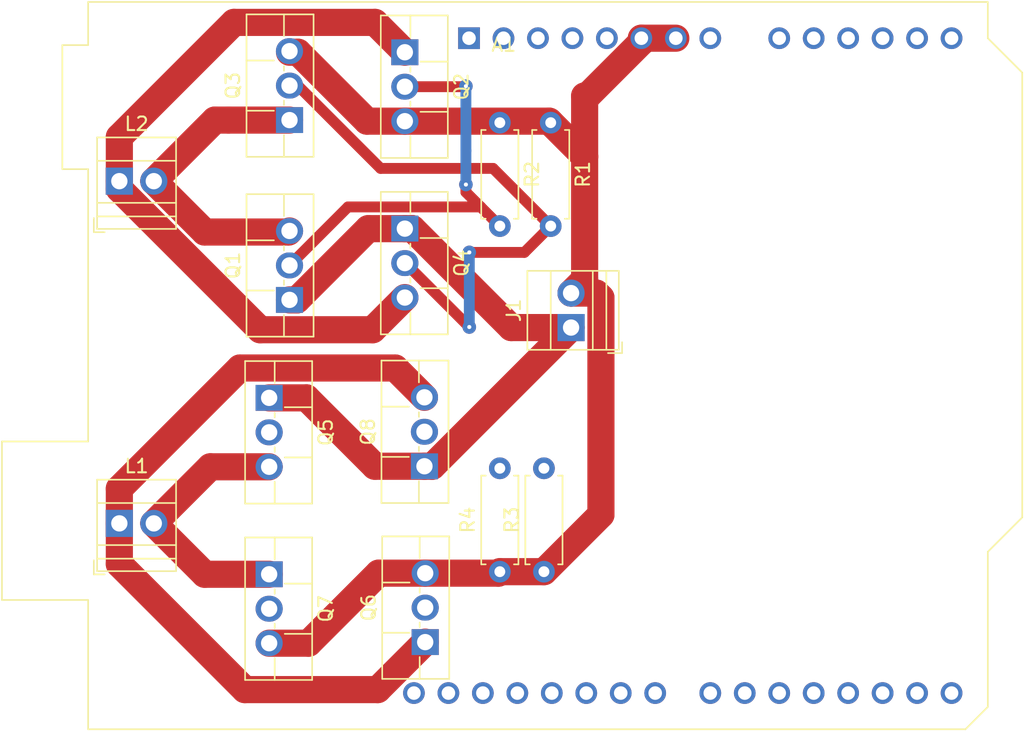
<source format=kicad_pcb>
(kicad_pcb (version 20240108) (generator "pcbnew") (generator_version "8.0")
  (layers (0 "F.Cu" signal) (31 "B.Cu" signal) (34 "B.Paste" user) (35 "F.Paste" user) (36 "B.SilkS" user "B.Silkscreen") (37 "F.SilkS" user "F.Silkscreen") (38 "B.Mask" user) (39 "F.Mask" user) (44 "Edge.Cuts" user))
  (net 0 "")
  (net 2 "/Input pins")
  (net 6 "/hall_sensors/vcc")
  (net 14 "/hall_sensors/s3")
  (net 15 "/Output pins")
  (net 16 "/bramka/clock1")
  (net 23 "GND")
  (net 24 "/hall_sensors/s1")
  (net 27 "VCC")
  (net 28 "/bramka/coil0")
  (net 29 "/bramka/coil1")
  (net 30 "/bramka1/coil2")
  (net 31 "/bramka1/clock3")
  (net 32 "/bramka1/clock2")
  (net 33 "/bramka1/coil3")
  (footprint "Resistor_THT:R_Axial_DIN0207_L6.3mm_D2.5mm_P7.62mm_Horizontal" (layer "F.Cu") (at 99.5 87.31 90)
    (property "Reference" "R4" (at 3.81 -2.37 90) (layer "F.SilkS"))
    (property "Value" "10K")
    (fp_line (start 7.08 -1.37) (end 7.08 -1.04) (stroke (width 0.12)) (layer "F.SilkS"))
    (fp_line (start 0.54 -1.37) (end 7.08 -1.37) (stroke (width 0.12)) (layer "F.SilkS"))
    (fp_line (start 0.54 -1.04) (end 0.54 -1.37) (stroke (width 0.12)) (layer "F.SilkS"))
    (fp_line (start 0.54 1.04) (end 0.54 1.37) (stroke (width 0.12)) (layer "F.SilkS"))
    (fp_line (start 7.08 1.37) (end 7.08 1.04) (stroke (width 0.12)) (layer "F.SilkS"))
    (fp_line (start 0.54 1.37) (end 7.08 1.37) (stroke (width 0.12)) (layer "F.SilkS"))
    (pad "1" thru_hole circle (at 0 0 90) (size 1.6 1.6) (drill 0.8) (layers "*.Cu" "*.Mask") (net 23 "GND"))
    (pad "2" thru_hole oval (at 7.62 0 90) (size 1.6 1.6) (drill 0.8) (layers "*.Cu" "*.Mask") (net 16 "/bramka/clock1"))
  )
  (footprint "TerminalBlock:TerminalBlock_Xinya_XY308-2.54-2P_1x02_P2.54mm_Horizontal" (layer "F.Cu") (at 71.46 83.75)
    (property "Reference" "L1" (at 1.27 -4.22 0) (layer "F.SilkS"))
    (property "Value" "L")
    (fp_line (start -1.88 2.72) (end -1.88 3.76) (stroke (width 0.12)) (layer "F.SilkS"))
    (fp_line (start -1.88 3.76) (end -1.08 3.76) (stroke (width 0.12)) (layer "F.SilkS"))
    (fp_line (start -1.64 -3.22) (end -1.64 3.52) (stroke (width 0.12)) (layer "F.SilkS"))
    (fp_line (start -1.64 -3.22) (end 4.18 -3.22) (stroke (width 0.12)) (layer "F.SilkS"))
    (fp_line (start -1.64 -1.501) (end 4.18 -1.501) (stroke (width 0.12)) (layer "F.SilkS"))
    (fp_line (start -1.64 1.6) (end 4.18 1.6) (stroke (width 0.12)) (layer "F.SilkS"))
    (fp_line (start -1.64 2.6) (end 4.18 2.6) (stroke (width 0.12)) (layer "F.SilkS"))
    (fp_line (start -1.64 3.52) (end 4.18 3.52) (stroke (width 0.12)) (layer "F.SilkS"))
    (fp_line (start 4.18 -3.22) (end 4.18 3.52) (stroke (width 0.12)) (layer "F.SilkS"))
    (pad "1" thru_hole rect (at 0 0) (size 2 2) (drill 1.2) (layers "*.Cu" "*.Mask") (net 29 "/bramka/coil1"))
    (pad "2" thru_hole circle (at 2.54 0) (size 2 2) (drill 1.2) (layers "*.Cu" "*.Mask") (net 28 "/bramka/coil0"))
  )
  (footprint "Package_TO_SOT_THT:TO-220F-3_Vertical" (layer "F.Cu") (at 82.5 87.5 -90)
    (property "Reference" "Q7" (at 2.54 -4.1675 90) (layer "F.SilkS"))
    (property "Value" "NMOS")
    (fp_line (start -2.71 1.773) (end 7.79 1.773) (stroke (width 0.12)) (layer "F.SilkS"))
    (fp_line (start -2.71 -0.408) (end -1.103 -0.408) (stroke (width 0.12)) (layer "F.SilkS"))
    (fp_line (start 1.103 -0.408) (end 1.438 -0.408) (stroke (width 0.12)) (layer "F.SilkS"))
    (fp_line (start 3.643 -0.408) (end 3.978 -0.408) (stroke (width 0.12)) (layer "F.SilkS"))
    (fp_line (start 6.183 -0.408) (end 7.79 -0.408) (stroke (width 0.12)) (layer "F.SilkS"))
    (fp_line (start -2.71 -3.168) (end -2.71 1.773) (stroke (width 0.12)) (layer "F.SilkS"))
    (fp_line (start -2.71 -3.168) (end 7.79 -3.168) (stroke (width 0.12)) (layer "F.SilkS"))
    (fp_line (start 0.69 -3.168) (end 0.69 -1.15) (stroke (width 0.12)) (layer "F.SilkS"))
    (fp_line (start 4.391 -3.168) (end 4.391 -1.15) (stroke (width 0.12)) (layer "F.SilkS"))
    (fp_line (start 7.79 -3.168) (end 7.79 1.773) (stroke (width 0.12)) (layer "F.SilkS"))
    (pad "1" thru_hole rect (at 0 0 270) (size 1.905 2) (drill 1.2) (layers "*.Cu" "*.Mask") (net 28 "/bramka/coil0"))
    (pad "2" thru_hole oval (at 2.54 0 270) (size 1.905 2) (drill 1.2) (layers "*.Cu" "*.Mask") (net 15 "/Output pins"))
    (pad "3" thru_hole oval (at 5.08 0 270) (size 1.905 2) (drill 1.2) (layers "*.Cu" "*.Mask") (net 23 "GND"))
  )
  (footprint "Resistor_THT:R_Axial_DIN0207_L6.3mm_D2.5mm_P7.62mm_Horizontal" (layer "F.Cu") (at 103.25 54.22 -90)
    (property "Reference" "R1" (at 3.81 -2.37 90) (layer "F.SilkS"))
    (property "Value" "10K")
    (fp_line (start 0.54 1.37) (end 7.08 1.37) (stroke (width 0.12)) (layer "F.SilkS"))
    (fp_line (start 7.08 1.37) (end 7.08 1.04) (stroke (width 0.12)) (layer "F.SilkS"))
    (fp_line (start 0.54 1.04) (end 0.54 1.37) (stroke (width 0.12)) (layer "F.SilkS"))
    (fp_line (start 0.54 -1.04) (end 0.54 -1.37) (stroke (width 0.12)) (layer "F.SilkS"))
    (fp_line (start 0.54 -1.37) (end 7.08 -1.37) (stroke (width 0.12)) (layer "F.SilkS"))
    (fp_line (start 7.08 -1.37) (end 7.08 -1.04) (stroke (width 0.12)) (layer "F.SilkS"))
    (pad "1" thru_hole circle (at 0 0 270) (size 1.6 1.6) (drill 0.8) (layers "*.Cu" "*.Mask") (net 23 "GND"))
    (pad "2" thru_hole oval (at 7.62 0 270) (size 1.6 1.6) (drill 0.8) (layers "*.Cu" "*.Mask") (net 32 "/bramka1/clock2"))
  )
  (footprint "Module:Arduino_UNO_R2" (layer "F.Cu") (at 97.23 47.995)
    (property "Reference" "A1" (at 2.56 0.48 180) (layer "F.SilkS"))
    (property "Value" "Arduino_UNO_R2")
    (fp_line (start -34.42 29.72) (end -34.42 41.4) (stroke (width 0.12)) (layer "F.SilkS"))
    (fp_line (start -34.42 41.4) (end -28.07 41.4) (stroke (width 0.12)) (layer "F.SilkS"))
    (fp_line (start -29.97 0.51) (end -29.97 9.65) (stroke (width 0.12)) (layer "F.SilkS"))
    (fp_line (start -29.97 9.65) (end -28.07 9.65) (stroke (width 0.12)) (layer "F.SilkS"))
    (fp_line (start -28.07 -2.67) (end -28.07 0.51) (stroke (width 0.12)) (layer "F.SilkS"))
    (fp_line (start -28.07 0.51) (end -29.97 0.51) (stroke (width 0.12)) (layer "F.SilkS"))
    (fp_line (start -28.07 9.65) (end -28.07 29.72) (stroke (width 0.12)) (layer "F.SilkS"))
    (fp_line (start -28.07 29.72) (end -34.42 29.72) (stroke (width 0.12)) (layer "F.SilkS"))
    (fp_line (start -28.07 41.4) (end -28.07 50.93) (stroke (width 0.12)) (layer "F.SilkS"))
    (fp_line (start -28.07 50.93) (end 36.58 50.93) (stroke (width 0.12)) (layer "F.SilkS"))
    (fp_line (start 36.58 50.93) (end 38.23 49.28) (stroke (width 0.12)) (layer "F.SilkS"))
    (fp_line (start 38.23 -2.67) (end -28.07 -2.67) (stroke (width 0.12)) (layer "F.SilkS"))
    (fp_line (start 38.23 0) (end 38.23 -2.67) (stroke (width 0.12)) (layer "F.SilkS"))
    (fp_line (start 38.23 37.85) (end 40.77 35.31) (stroke (width 0.12)) (layer "F.SilkS"))
    (fp_line (start 38.23 49.28) (end 38.23 37.85) (stroke (width 0.12)) (layer "F.SilkS"))
    (fp_line (start 40.77 2.54) (end 38.23 0) (stroke (width 0.12)) (layer "F.SilkS"))
    (fp_line (start 40.77 35.31) (end 40.77 2.54) (stroke (width 0.12)) (layer "F.SilkS"))
    (pad "1" thru_hole rect (at 0 0 90) (size 1.6 1.6) (drill 1) (layers "*.Cu" "*.Mask"))
    (pad "2" thru_hole oval (at 2.54 0 90) (size 1.6 1.6) (drill 1) (layers "*.Cu" "*.Mask"))
    (pad "3" thru_hole oval (at 5.08 0 90) (size 1.6 1.6) (drill 1) (layers "*.Cu" "*.Mask"))
    (pad "4" thru_hole oval (at 7.62 0 90) (size 1.6 1.6) (drill 1) (layers "*.Cu" "*.Mask"))
    (pad "5" thru_hole oval (at 10.16 0 90) (size 1.6 1.6) (drill 1) (layers "*.Cu" "*.Mask") (net 6 "/hall_sensors/vcc"))
    (pad "6" thru_hole oval (at 12.7 0 90) (size 1.6 1.6) (drill 1) (layers "*.Cu" "*.Mask") (net 23 "GND"))
    (pad "7" thru_hole oval (at 15.24 0 90) (size 1.6 1.6) (drill 1) (layers "*.Cu" "*.Mask") (net 23 "GND"))
    (pad "8" thru_hole oval (at 17.78 0 90) (size 1.6 1.6) (drill 1) (layers "*.Cu" "*.Mask"))
    (pad "9" thru_hole oval (at 22.86 0 90) (size 1.6 1.6) (drill 1) (layers "*.Cu" "*.Mask"))
    (pad "10" thru_hole oval (at 25.4 0 90) (size 1.6 1.6) (drill 1) (layers "*.Cu" "*.Mask"))
    (pad "11" thru_hole oval (at 27.94 0 90) (size 1.6 1.6) (drill 1) (layers "*.Cu" "*.Mask"))
    (pad "12" thru_hole oval (at 30.48 0 90) (size 1.6 1.6) (drill 1) (layers "*.Cu" "*.Mask"))
    (pad "13" thru_hole oval (at 33.02 0 90) (size 1.6 1.6) (drill 1) (layers "*.Cu" "*.Mask"))
    (pad "14" thru_hole oval (at 35.56 0 90) (size 1.6 1.6) (drill 1) (layers "*.Cu" "*.Mask"))
    (pad "15" thru_hole oval (at 35.56 48.26 90) (size 1.6 1.6) (drill 1) (layers "*.Cu" "*.Mask"))
    (pad "16" thru_hole oval (at 33.02 48.26 90) (size 1.6 1.6) (drill 1) (layers "*.Cu" "*.Mask"))
    (pad "17" thru_hole oval (at 30.48 48.26 90) (size 1.6 1.6) (drill 1) (layers "*.Cu" "*.Mask") (net 2 "/Input pins"))
    (pad "18" thru_hole oval (at 27.94 48.26 90) (size 1.6 1.6) (drill 1) (layers "*.Cu" "*.Mask") (net 24 "/hall_sensors/s1"))
    (pad "19" thru_hole oval (at 25.4 48.26 90) (size 1.6 1.6) (drill 1) (layers "*.Cu" "*.Mask") (net 14 "/hall_sensors/s3"))
    (pad "20" thru_hole oval (at 22.86 48.26 90) (size 1.6 1.6) (drill 1) (layers "*.Cu" "*.Mask"))
    (pad "21" thru_hole oval (at 20.32 48.26 90) (size 1.6 1.6) (drill 1) (layers "*.Cu" "*.Mask"))
    (pad "22" thru_hole oval (at 17.78 48.26 90) (size 1.6 1.6) (drill 1) (layers "*.Cu" "*.Mask"))
    (pad "23" thru_hole oval (at 13.72 48.26 90) (size 1.6 1.6) (drill 1) (layers "*.Cu" "*.Mask"))
    (pad "24" thru_hole oval (at 11.18 48.26 90) (size 1.6 1.6) (drill 1) (layers "*.Cu" "*.Mask"))
    (pad "25" thru_hole oval (at 8.64 48.26 90) (size 1.6 1.6) (drill 1) (layers "*.Cu" "*.Mask") (net 32 "/bramka1/clock2"))
    (pad "26" thru_hole oval (at 6.1 48.26 90) (size 1.6 1.6) (drill 1) (layers "*.Cu" "*.Mask") (net 31 "/bramka1/clock3"))
    (pad "27" thru_hole oval (at 3.56 48.26 90) (size 1.6 1.6) (drill 1) (layers "*.Cu" "*.Mask") (net 16 "/bramka/clock1"))
    (pad "28" thru_hole oval (at 1.02 48.26 90) (size 1.6 1.6) (drill 1) (layers "*.Cu" "*.Mask") (net 15 "/Output pins"))
    (pad "29" thru_hole oval (at -1.52 48.26 90) (size 1.6 1.6) (drill 1) (layers "*.Cu" "*.Mask") (net 23 "GND"))
    (pad "30" thru_hole oval (at -4.06 48.26 90) (size 1.6 1.6) (drill 1) (layers "*.Cu" "*.Mask"))
  )
  (footprint "Package_TO_SOT_THT:TO-220F-3_Vertical" (layer "F.Cu") (at 82.5 74.5 -90)
    (property "Reference" "Q5" (at 2.54 -4.1675 90) (layer "F.SilkS"))
    (property "Value" "NMOS")
    (fp_line (start -2.71 1.773) (end 7.79 1.773) (stroke (width 0.12)) (layer "F.SilkS"))
    (fp_line (start -2.71 -0.408) (end -1.103 -0.408) (stroke (width 0.12)) (layer "F.SilkS"))
    (fp_line (start 1.103 -0.408) (end 1.438 -0.408) (stroke (width 0.12)) (layer "F.SilkS"))
    (fp_line (start 3.643 -0.408) (end 3.978 -0.408) (stroke (width 0.12)) (layer "F.SilkS"))
    (fp_line (start 6.183 -0.408) (end 7.79 -0.408) (stroke (width 0.12)) (layer "F.SilkS"))
    (fp_line (start -2.71 -3.168) (end -2.71 1.773) (stroke (width 0.12)) (layer "F.SilkS"))
    (fp_line (start -2.71 -3.168) (end 7.79 -3.168) (stroke (width 0.12)) (layer "F.SilkS"))
    (fp_line (start 0.69 -3.168) (end 0.69 -1.15) (stroke (width 0.12)) (layer "F.SilkS"))
    (fp_line (start 4.391 -3.168) (end 4.391 -1.15) (stroke (width 0.12)) (layer "F.SilkS"))
    (fp_line (start 7.79 -3.168) (end 7.79 1.773) (stroke (width 0.12)) (layer "F.SilkS"))
    (pad "1" thru_hole rect (at 0 0 270) (size 1.905 2) (drill 1.2) (layers "*.Cu" "*.Mask") (net 27 "VCC"))
    (pad "2" thru_hole oval (at 2.54 0 270) (size 1.905 2) (drill 1.2) (layers "*.Cu" "*.Mask") (net 16 "/bramka/clock1"))
    (pad "3" thru_hole oval (at 5.08 0 270) (size 1.905 2) (drill 1.2) (layers "*.Cu" "*.Mask") (net 28 "/bramka/coil0"))
  )
  (footprint "TerminalBlock:TerminalBlock_Xinya_XY308-2.54-2P_1x02_P2.54mm_Horizontal" (layer "F.Cu") (at 71.46 58.53)
    (property "Reference" "L2" (at 1.27 -4.22 360) (layer "F.SilkS"))
    (property "Value" "L")
    (fp_line (start -1.88 2.72) (end -1.88 3.76) (stroke (width 0.12)) (layer "F.SilkS"))
    (fp_line (start -1.88 3.76) (end -1.08 3.76) (stroke (width 0.12)) (layer "F.SilkS"))
    (fp_line (start -1.64 -3.22) (end -1.64 3.52) (stroke (width 0.12)) (layer "F.SilkS"))
    (fp_line (start -1.64 -3.22) (end 4.18 -3.22) (stroke (width 0.12)) (layer "F.SilkS"))
    (fp_line (start -1.64 -1.501) (end 4.18 -1.501) (stroke (width 0.12)) (layer "F.SilkS"))
    (fp_line (start -1.64 1.6) (end 4.18 1.6) (stroke (width 0.12)) (layer "F.SilkS"))
    (fp_line (start -1.64 2.6) (end 4.18 2.6) (stroke (width 0.12)) (layer "F.SilkS"))
    (fp_line (start -1.64 3.52) (end 4.18 3.52) (stroke (width 0.12)) (layer "F.SilkS"))
    (fp_line (start 4.18 -3.22) (end 4.18 3.52) (stroke (width 0.12)) (layer "F.SilkS"))
    (pad "1" thru_hole rect (at 0 0) (size 2 2) (drill 1.2) (layers "*.Cu" "*.Mask") (net 33 "/bramka1/coil3"))
    (pad "2" thru_hole circle (at 2.54 0) (size 2 2) (drill 1.2) (layers "*.Cu" "*.Mask") (net 30 "/bramka1/coil2"))
  )
  (footprint "Package_TO_SOT_THT:TO-220F-3_Vertical" (layer "F.Cu") (at 94 92.5 90)
    (property "Reference" "Q6" (at 2.54 -4.1675 90) (layer "F.SilkS"))
    (property "Value" "NMOS")
    (fp_line (start 7.79 -3.168) (end 7.79 1.773) (stroke (width 0.12)) (layer "F.SilkS"))
    (fp_line (start 4.391 -3.168) (end 4.391 -1.15) (stroke (width 0.12)) (layer "F.SilkS"))
    (fp_line (start 0.69 -3.168) (end 0.69 -1.15) (stroke (width 0.12)) (layer "F.SilkS"))
    (fp_line (start -2.71 -3.168) (end 7.79 -3.168) (stroke (width 0.12)) (layer "F.SilkS"))
    (fp_line (start -2.71 -3.168) (end -2.71 1.773) (stroke (width 0.12)) (layer "F.SilkS"))
    (fp_line (start 6.183 -0.408) (end 7.79 -0.408) (stroke (width 0.12)) (layer "F.SilkS"))
    (fp_line (start 3.643 -0.408) (end 3.978 -0.408) (stroke (width 0.12)) (layer "F.SilkS"))
    (fp_line (start 1.103 -0.408) (end 1.438 -0.408) (stroke (width 0.12)) (layer "F.SilkS"))
    (fp_line (start -2.71 -0.408) (end -1.103 -0.408) (stroke (width 0.12)) (layer "F.SilkS"))
    (fp_line (start -2.71 1.773) (end 7.79 1.773) (stroke (width 0.12)) (layer "F.SilkS"))
    (pad "1" thru_hole rect (at 0 0 90) (size 1.905 2) (drill 1.2) (layers "*.Cu" "*.Mask") (net 29 "/bramka/coil1"))
    (pad "2" thru_hole oval (at 2.54 0 90) (size 1.905 2) (drill 1.2) (layers "*.Cu" "*.Mask") (net 16 "/bramka/clock1"))
    (pad "3" thru_hole oval (at 5.08 0 90) (size 1.905 2) (drill 1.2) (layers "*.Cu" "*.Mask") (net 23 "GND"))
  )
  (footprint "Resistor_THT:R_Axial_DIN0207_L6.3mm_D2.5mm_P7.62mm_Horizontal" (layer "F.Cu") (at 102.75 87.31 90)
    (property "Reference" "R3" (at 3.81 -2.37 90) (layer "F.SilkS"))
    (property "Value" "10K")
    (fp_line (start 7.08 -1.37) (end 7.08 -1.04) (stroke (width 0.12)) (layer "F.SilkS"))
    (fp_line (start 0.54 -1.37) (end 7.08 -1.37) (stroke (width 0.12)) (layer "F.SilkS"))
    (fp_line (start 0.54 -1.04) (end 0.54 -1.37) (stroke (width 0.12)) (layer "F.SilkS"))
    (fp_line (start 0.54 1.04) (end 0.54 1.37) (stroke (width 0.12)) (layer "F.SilkS"))
    (fp_line (start 7.08 1.37) (end 7.08 1.04) (stroke (width 0.12)) (layer "F.SilkS"))
    (fp_line (start 0.54 1.37) (end 7.08 1.37) (stroke (width 0.12)) (layer "F.SilkS"))
    (pad "1" thru_hole circle (at 0 0 90) (size 1.6 1.6) (drill 0.8) (layers "*.Cu" "*.Mask") (net 23 "GND"))
    (pad "2" thru_hole oval (at 7.62 0 90) (size 1.6 1.6) (drill 0.8) (layers "*.Cu" "*.Mask") (net 15 "/Output pins"))
  )
  (footprint "Package_TO_SOT_THT:TO-220F-3_Vertical" (layer "F.Cu") (at 93.945 79.54 90)
    (property "Reference" "Q8" (at 2.54 -4.1675 90) (layer "F.SilkS"))
    (property "Value" "NMOS")
    (fp_line (start 7.79 -3.168) (end 7.79 1.773) (stroke (width 0.12)) (layer "F.SilkS"))
    (fp_line (start 4.391 -3.168) (end 4.391 -1.15) (stroke (width 0.12)) (layer "F.SilkS"))
    (fp_line (start 0.69 -3.168) (end 0.69 -1.15) (stroke (width 0.12)) (layer "F.SilkS"))
    (fp_line (start -2.71 -3.168) (end 7.79 -3.168) (stroke (width 0.12)) (layer "F.SilkS"))
    (fp_line (start -2.71 -3.168) (end -2.71 1.773) (stroke (width 0.12)) (layer "F.SilkS"))
    (fp_line (start 6.183 -0.408) (end 7.79 -0.408) (stroke (width 0.12)) (layer "F.SilkS"))
    (fp_line (start 3.643 -0.408) (end 3.978 -0.408) (stroke (width 0.12)) (layer "F.SilkS"))
    (fp_line (start 1.103 -0.408) (end 1.438 -0.408) (stroke (width 0.12)) (layer "F.SilkS"))
    (fp_line (start -2.71 -0.408) (end -1.103 -0.408) (stroke (width 0.12)) (layer "F.SilkS"))
    (fp_line (start -2.71 1.773) (end 7.79 1.773) (stroke (width 0.12)) (layer "F.SilkS"))
    (pad "1" thru_hole rect (at 0 0 90) (size 1.905 2) (drill 1.2) (layers "*.Cu" "*.Mask") (net 27 "VCC"))
    (pad "2" thru_hole oval (at 2.54 0 90) (size 1.905 2) (drill 1.2) (layers "*.Cu" "*.Mask") (net 15 "/Output pins"))
    (pad "3" thru_hole oval (at 5.08 0 90) (size 1.905 2) (drill 1.2) (layers "*.Cu" "*.Mask") (net 29 "/bramka/coil1"))
  )
  (footprint "Package_TO_SOT_THT:TO-220F-3_Vertical" (layer "F.Cu") (at 84 67.28 90)
    (property "Reference" "Q1" (at 2.54 -4.1675 90) (layer "F.SilkS"))
    (property "Value" "NMOS")
    (fp_line (start 7.79 -3.168) (end 7.79 1.773) (stroke (width 0.12)) (layer "F.SilkS"))
    (fp_line (start 4.391 -3.168) (end 4.391 -1.15) (stroke (width 0.12)) (layer "F.SilkS"))
    (fp_line (start 0.69 -3.168) (end 0.69 -1.15) (stroke (width 0.12)) (layer "F.SilkS"))
    (fp_line (start -2.71 -3.168) (end 7.79 -3.168) (stroke (width 0.12)) (layer "F.SilkS"))
    (fp_line (start -2.71 -3.168) (end -2.71 1.773) (stroke (width 0.12)) (layer "F.SilkS"))
    (fp_line (start 6.183 -0.408) (end 7.79 -0.408) (stroke (width 0.12)) (layer "F.SilkS"))
    (fp_line (start 3.643 -0.408) (end 3.978 -0.408) (stroke (width 0.12)) (layer "F.SilkS"))
    (fp_line (start 1.103 -0.408) (end 1.438 -0.408) (stroke (width 0.12)) (layer "F.SilkS"))
    (fp_line (start -2.71 -0.408) (end -1.103 -0.408) (stroke (width 0.12)) (layer "F.SilkS"))
    (fp_line (start -2.71 1.773) (end 7.79 1.773) (stroke (width 0.12)) (layer "F.SilkS"))
    (pad "1" thru_hole rect (at 0 0 90) (size 1.905 2) (drill 1.2) (layers "*.Cu" "*.Mask") (net 27 "VCC"))
    (pad "2" thru_hole oval (at 2.54 0 90) (size 1.905 2) (drill 1.2) (layers "*.Cu" "*.Mask") (net 31 "/bramka1/clock3"))
    (pad "3" thru_hole oval (at 5.08 0 90) (size 1.905 2) (drill 1.2) (layers "*.Cu" "*.Mask") (net 30 "/bramka1/coil2"))
  )
  (footprint "Package_TO_SOT_THT:TO-220F-3_Vertical" (layer "F.Cu") (at 92.5 62.03 -90)
    (property "Reference" "Q4" (at 2.54 -4.1675 90) (layer "F.SilkS"))
    (property "Value" "NMOS")
    (fp_line (start -2.71 1.773) (end 7.79 1.773) (stroke (width 0.12)) (layer "F.SilkS"))
    (fp_line (start -2.71 -0.408) (end -1.103 -0.408) (stroke (width 0.12)) (layer "F.SilkS"))
    (fp_line (start 1.103 -0.408) (end 1.438 -0.408) (stroke (width 0.12)) (layer "F.SilkS"))
    (fp_line (start 3.643 -0.408) (end 3.978 -0.408) (stroke (width 0.12)) (layer "F.SilkS"))
    (fp_line (start 6.183 -0.408) (end 7.79 -0.408) (stroke (width 0.12)) (layer "F.SilkS"))
    (fp_line (start -2.71 -3.168) (end -2.71 1.773) (stroke (width 0.12)) (layer "F.SilkS"))
    (fp_line (start -2.71 -3.168) (end 7.79 -3.168) (stroke (width 0.12)) (layer "F.SilkS"))
    (fp_line (start 0.69 -3.168) (end 0.69 -1.15) (stroke (width 0.12)) (layer "F.SilkS"))
    (fp_line (start 4.391 -3.168) (end 4.391 -1.15) (stroke (width 0.12)) (layer "F.SilkS"))
    (fp_line (start 7.79 -3.168) (end 7.79 1.773) (stroke (width 0.12)) (layer "F.SilkS"))
    (pad "1" thru_hole rect (at 0 0 270) (size 1.905 2) (drill 1.2) (layers "*.Cu" "*.Mask") (net 27 "VCC"))
    (pad "2" thru_hole oval (at 2.54 0 270) (size 1.905 2) (drill 1.2) (layers "*.Cu" "*.Mask") (net 32 "/bramka1/clock2"))
    (pad "3" thru_hole oval (at 5.08 0 270) (size 1.905 2) (drill 1.2) (layers "*.Cu" "*.Mask") (net 33 "/bramka1/coil3"))
  )
  (footprint "Resistor_THT:R_Axial_DIN0207_L6.3mm_D2.5mm_P7.62mm_Horizontal" (layer "F.Cu") (at 99.5 54.22 -90)
    (property "Reference" "R2" (at 3.81 -2.37 90) (layer "F.SilkS"))
    (property "Value" "10K")
    (fp_line (start 0.54 1.37) (end 7.08 1.37) (stroke (width 0.12)) (layer "F.SilkS"))
    (fp_line (start 7.08 1.37) (end 7.08 1.04) (stroke (width 0.12)) (layer "F.SilkS"))
    (fp_line (start 0.54 1.04) (end 0.54 1.37) (stroke (width 0.12)) (layer "F.SilkS"))
    (fp_line (start 0.54 -1.04) (end 0.54 -1.37) (stroke (width 0.12)) (layer "F.SilkS"))
    (fp_line (start 0.54 -1.37) (end 7.08 -1.37) (stroke (width 0.12)) (layer "F.SilkS"))
    (fp_line (start 7.08 -1.37) (end 7.08 -1.04) (stroke (width 0.12)) (layer "F.SilkS"))
    (pad "1" thru_hole circle (at 0 0 270) (size 1.6 1.6) (drill 0.8) (layers "*.Cu" "*.Mask") (net 23 "GND"))
    (pad "2" thru_hole oval (at 7.62 0 270) (size 1.6 1.6) (drill 0.8) (layers "*.Cu" "*.Mask") (net 31 "/bramka1/clock3"))
  )
  (footprint "Package_TO_SOT_THT:TO-220F-3_Vertical" (layer "F.Cu") (at 92.5 49.03 -90)
    (property "Reference" "Q2" (at 2.54 -4.1675 90) (layer "F.SilkS"))
    (property "Value" "NMOS")
    (fp_line (start -2.71 1.773) (end 7.79 1.773) (stroke (width 0.12)) (layer "F.SilkS"))
    (fp_line (start -2.71 -0.408) (end -1.103 -0.408) (stroke (width 0.12)) (layer "F.SilkS"))
    (fp_line (start 1.103 -0.408) (end 1.438 -0.408) (stroke (width 0.12)) (layer "F.SilkS"))
    (fp_line (start 3.643 -0.408) (end 3.978 -0.408) (stroke (width 0.12)) (layer "F.SilkS"))
    (fp_line (start 6.183 -0.408) (end 7.79 -0.408) (stroke (width 0.12)) (layer "F.SilkS"))
    (fp_line (start -2.71 -3.168) (end -2.71 1.773) (stroke (width 0.12)) (layer "F.SilkS"))
    (fp_line (start -2.71 -3.168) (end 7.79 -3.168) (stroke (width 0.12)) (layer "F.SilkS"))
    (fp_line (start 0.69 -3.168) (end 0.69 -1.15) (stroke (width 0.12)) (layer "F.SilkS"))
    (fp_line (start 4.391 -3.168) (end 4.391 -1.15) (stroke (width 0.12)) (layer "F.SilkS"))
    (fp_line (start 7.79 -3.168) (end 7.79 1.773) (stroke (width 0.12)) (layer "F.SilkS"))
    (pad "1" thru_hole rect (at 0 0 270) (size 1.905 2) (drill 1.2) (layers "*.Cu" "*.Mask") (net 33 "/bramka1/coil3"))
    (pad "2" thru_hole oval (at 2.54 0 270) (size 1.905 2) (drill 1.2) (layers "*.Cu" "*.Mask") (net 31 "/bramka1/clock3"))
    (pad "3" thru_hole oval (at 5.08 0 270) (size 1.905 2) (drill 1.2) (layers "*.Cu" "*.Mask") (net 23 "GND"))
  )
  (footprint "Package_TO_SOT_THT:TO-220F-3_Vertical" (layer "F.Cu") (at 84 54.03 90)
    (property "Reference" "Q3" (at 2.54 -4.1675 90) (layer "F.SilkS"))
    (property "Value" "NMOS")
    (fp_line (start 7.79 -3.168) (end 7.79 1.773) (stroke (width 0.12)) (layer "F.SilkS"))
    (fp_line (start 4.391 -3.168) (end 4.391 -1.15) (stroke (width 0.12)) (layer "F.SilkS"))
    (fp_line (start 0.69 -3.168) (end 0.69 -1.15) (stroke (width 0.12)) (layer "F.SilkS"))
    (fp_line (start -2.71 -3.168) (end 7.79 -3.168) (stroke (width 0.12)) (layer "F.SilkS"))
    (fp_line (start -2.71 -3.168) (end -2.71 1.773) (stroke (width 0.12)) (layer "F.SilkS"))
    (fp_line (start 6.183 -0.408) (end 7.79 -0.408) (stroke (width 0.12)) (layer "F.SilkS"))
    (fp_line (start 3.643 -0.408) (end 3.978 -0.408) (stroke (width 0.12)) (layer "F.SilkS"))
    (fp_line (start 1.103 -0.408) (end 1.438 -0.408) (stroke (width 0.12)) (layer "F.SilkS"))
    (fp_line (start -2.71 -0.408) (end -1.103 -0.408) (stroke (width 0.12)) (layer "F.SilkS"))
    (fp_line (start -2.71 1.773) (end 7.79 1.773) (stroke (width 0.12)) (layer "F.SilkS"))
    (pad "1" thru_hole rect (at 0 0 90) (size 1.905 2) (drill 1.2) (layers "*.Cu" "*.Mask") (net 30 "/bramka1/coil2"))
    (pad "2" thru_hole oval (at 2.54 0 90) (size 1.905 2) (drill 1.2) (layers "*.Cu" "*.Mask") (net 32 "/bramka1/clock2"))
    (pad "3" thru_hole oval (at 5.08 0 90) (size 1.905 2) (drill 1.2) (layers "*.Cu" "*.Mask") (net 23 "GND"))
  )
  (footprint "TerminalBlock:TerminalBlock_Xinya_XY308-2.54-2P_1x02_P2.54mm_Horizontal" (layer "F.Cu") (at 104.75 69.32 90)
    (property "Reference" "J1" (at 1.27 -4.22 90) (layer "F.SilkS"))
    (property "Value" "Screw_Terminal_01x02")
    (fp_line (start 4.18 -3.22) (end 4.18 3.52) (stroke (width 0.12)) (layer "F.SilkS"))
    (fp_line (start -1.64 -3.22) (end 4.18 -3.22) (stroke (width 0.12)) (layer "F.SilkS"))
    (fp_line (start -1.64 -3.22) (end -1.64 3.52) (stroke (width 0.12)) (layer "F.SilkS"))
    (fp_line (start -1.64 -1.501) (end 4.18 -1.501) (stroke (width 0.12)) (layer "F.SilkS"))
    (fp_line (start -1.64 1.6) (end 4.18 1.6) (stroke (width 0.12)) (layer "F.SilkS"))
    (fp_line (start -1.64 2.6) (end 4.18 2.6) (stroke (width 0.12)) (layer "F.SilkS"))
    (fp_line (start -1.88 2.72) (end -1.88 3.76) (stroke (width 0.12)) (layer "F.SilkS"))
    (fp_line (start -1.64 3.52) (end 4.18 3.52) (stroke (width 0.12)) (layer "F.SilkS"))
    (fp_line (start -1.88 3.76) (end -1.08 3.76) (stroke (width 0.12)) (layer "F.SilkS"))
    (pad "1" thru_hole rect (at 0 0 90) (size 2 2) (drill 1.2) (layers "*.Cu" "*.Mask") (net 27 "VCC"))
    (pad "2" thru_hole circle (at 2.54 0 90) (size 2 2) (drill 1.2) (layers "*.Cu" "*.Mask") (net 23 "GND"))
  )
  (segment (start 105.75 52.25) (end 105.963428 52.25) (width 2) (layer "F.Cu") (net 23))
  (segment (start 105.75 56.72) (end 105.75 52.25) (width 2) (layer "F.Cu") (net 23))
  (segment (start 92.5 54.11) (end 89.711595 54.11) (width 2) (layer "F.Cu") (net 23))
  (segment (start 105.963428 52.25) (end 109.93 48.283428) (width 2) (layer "F.Cu") (net 23))
  (segment (start 89.711595 54.11) (end 84.631595 49.03) (width 2) (layer "F.Cu") (net 23))
  (segment (start 106.95 67.12) (end 106.61 66.78) (width 2) (layer "F.Cu") (net 23))
  (segment (start 82.5 92.58) (end 85.405 92.58) (width 2) (layer "F.Cu") (net 23))
  (segment (start 103.25 54.22) (end 105.75 56.72) (width 2) (layer "F.Cu") (net 23))
  (segment (start 109.93 47.995) (end 112.47 47.995) (width 2) (layer "F.Cu") (net 23))
  (segment (start 102.75 87.31) (end 106.95 83.11) (width 2) (layer "F.Cu") (net 23))
  (segment (start 90.565 87.42) (end 94 87.42) (width 2) (layer "F.Cu") (net 23))
  (segment (start 103.14 54.11) (end 103.25 54.22) (width 2) (layer "F.Cu") (net 23))
  (segment (start 84.631595 49.03) (end 84 49.03) (width 2) (layer "F.Cu") (net 23))
  (segment (start 94 87.42) (end 99.39 87.42) (width 2) (layer "F.Cu") (net 23))
  (segment (start 105.75 65.78) (end 104.75 66.78) (width 2) (layer "F.Cu") (net 23))
  (segment (start 106.95 83.11) (end 106.95 67.12) (width 2) (layer "F.Cu") (net 23))
  (segment (start 106.61 66.78) (end 104.75 66.78) (width 2) (layer "F.Cu") (net 23))
  (segment (start 85.405 92.58) (end 90.565 87.42) (width 2) (layer "F.Cu") (net 23))
  (segment (start 92.5 54.11) (end 103.14 54.11) (width 2) (layer "F.Cu") (net 23))
  (segment (start 105.75 56.72) (end 105.75 65.78) (width 2) (layer "F.Cu") (net 23))
  (segment (start 99.5 87.31) (end 102.75 87.31) (width 2) (layer "F.Cu") (net 23))
  (segment (start 99.39 87.42) (end 99.5 87.31) (width 2) (layer "F.Cu") (net 23))
  (segment (start 109.93 48.283428) (end 109.93 47.995) (width 2) (layer "F.Cu") (net 23))
  (segment (start 93.051595 62.03) (end 100.341595 69.32) (width 2) (layer "F.Cu") (net 27))
  (segment (start 92.5 62.03) (end 89.801595 62.03) (width 2) (layer "F.Cu") (net 27))
  (segment (start 92.5 62.03) (end 93.051595 62.03) (width 2) (layer "F.Cu") (net 27))
  (segment (start 93.945 79.54) (end 94.53 79.54) (width 2) (layer "F.Cu") (net 27))
  (segment (start 100.341595 69.32) (end 104.75 69.32) (width 2) (layer "F.Cu") (net 27))
  (segment (start 90.29 79.54) (end 93.945 79.54) (width 2) (layer "F.Cu") (net 27))
  (segment (start 94.53 79.54) (end 104.75 69.32) (width 2) (layer "F.Cu") (net 27))
  (segment (start 82.5 74.5) (end 85.25 74.5) (width 2) (layer "F.Cu") (net 27))
  (segment (start 85.25 74.5) (end 90.29 79.54) (width 2) (layer "F.Cu") (net 27))
  (segment (start 89.801595 62.03) (end 84.551595 67.28) (width 2) (layer "F.Cu") (net 27))
  (segment (start 84.551595 67.28) (end 84 67.28) (width 2) (layer "F.Cu") (net 27))
  (segment (start 78.17 79.58) (end 74 83.75) (width 2) (layer "F.Cu") (net 28))
  (segment (start 82.5 79.58) (end 78.17 79.58) (width 2) (layer "F.Cu") (net 28))
  (segment (start 82.5 87.5) (end 77.75 87.5) (width 2) (layer "F.Cu") (net 28))
  (segment (start 77.75 87.5) (end 74 83.75) (width 2) (layer "F.Cu") (net 28))
  (segment (start 93.945 74.46) (end 91.785 72.3) (width 2) (layer "F.Cu") (net 29))
  (segment (start 71.46 86.75) (end 80.71 96) (width 2) (layer "F.Cu") (net 29))
  (segment (start 71.46 83.75) (end 71.46 86.75) (width 2) (layer "F.Cu") (net 29))
  (segment (start 71.46 81.1875) (end 71.46 83.75) (width 2) (layer "F.Cu") (net 29))
  (segment (start 90.5 96) (end 94 92.5) (width 2) (layer "F.Cu") (net 29))
  (segment (start 80.71 96) (end 90.5 96) (width 2) (layer "F.Cu") (net 29))
  (segment (start 91.785 72.3) (end 80.3475 72.3) (width 2) (layer "F.Cu") (net 29))
  (segment (start 80.3475 72.3) (end 71.46 81.1875) (width 2) (layer "F.Cu") (net 29))
  (segment (start 74 58.53) (end 77.75 62.28) (width 2) (layer "F.Cu") (net 30))
  (segment (start 77.75 62.28) (end 83.92 62.28) (width 2) (layer "F.Cu") (net 30))
  (segment (start 79.5 54.03) (end 78.5 54.03) (width 2) (layer "F.Cu") (net 30))
  (segment (start 78.5 54.03) (end 74 58.53) (width 2) (layer "F.Cu") (net 30))
  (segment (start 84 54.03) (end 79.5 54.03) (width 2) (layer "F.Cu") (net 30))
  (segment (start 83.92 62.28) (end 84 62.2) (width 2) (layer "F.Cu") (net 30))
  (segment (start 98.09 60.43) (end 99.5 61.84) (width 0.8) (layer "F.Cu") (net 31))
  (segment (start 84 64.74) (end 88.31 60.43) (width 0.8) (layer "F.Cu") (net 31))
  (segment (start 97 58.78) (end 97 59.34) (width 0.8) (layer "F.Cu") (net 31))
  (segment (start 97 59.34) (end 98.09 60.43) (width 0.8) (layer "F.Cu") (net 31))
  (segment (start 96.96 51.57) (end 97 51.53) (width 0.8) (layer "F.Cu") (net 31))
  (segment (start 92.5 51.57) (end 96.96 51.57) (width 0.8) (layer "F.Cu") (net 31))
  (segment (start 88.31 60.43) (end 98.09 60.43) (width 0.8) (layer "F.Cu") (net 31))
  (via (at 97 51.53) (size 1) (drill 0.3) (layers "F.Cu" "B.Cu") (net 31))
  (via (at 97 58.78) (size 1) (drill 0.3) (layers "F.Cu" "B.Cu") (net 31))
  (segment (start 97 51.53) (end 97 56.28) (width 0.8) (layer "B.Cu") (net 31))
  (segment (start 97 56.28) (end 97 58.78) (width 0.8) (layer "B.Cu") (net 31))
  (segment (start 90.7125 57.59) (end 99 57.59) (width 0.8) (layer "F.Cu") (net 32))
  (segment (start 84 51.49) (end 84.6125 51.49) (width 0.8) (layer "F.Cu") (net 32))
  (segment (start 97.25 63.78) (end 101.31 63.78) (width 0.8) (layer "F.Cu") (net 32))
  (segment (start 99 57.59) (end 103.25 61.84) (width 0.8) (layer "F.Cu") (net 32))
  (segment (start 92.54 64.57) (end 97.25 69.28) (width 0.8) (layer "F.Cu") (net 32))
  (segment (start 84.6125 51.49) (end 90.7125 57.59) (width 0.8) (layer "F.Cu") (net 32))
  (segment (start 101.31 63.78) (end 103.25 61.84) (width 0.8) (layer "F.Cu") (net 32))
  (segment (start 92.5 64.57) (end 92.54 64.57) (width 0.8) (layer "F.Cu") (net 32))
  (via (at 97.25 63.78) (size 1) (drill 0.3) (layers "F.Cu" "B.Cu") (net 32))
  (via (at 97.25 69.28) (size 1) (drill 0.3) (layers "F.Cu" "B.Cu") (net 32))
  (segment (start 97.25 69.28) (end 97.25 63.78) (width 0.8) (layer "B.Cu") (net 32))
  (segment (start 71.46 58.53) (end 71.46 59.10127) (width 2) (layer "F.Cu") (net 33))
  (segment (start 71.46 59.10127) (end 81.83873 69.48) (width 2) (layer "F.Cu") (net 33))
  (segment (start 92.5 67.11) (end 90.13 69.48) (width 2) (layer "F.Cu") (net 33))
  (segment (start 79.91 46.83) (end 90.3 46.83) (width 2) (layer "F.Cu") (net 33))
  (segment (start 81.83873 69.48) (end 90.13 69.48) (width 2) (layer "F.Cu") (net 33))
  (segment (start 90.3 46.83) (end 92.5 49.03) (width 2) (layer "F.Cu") (net 33))
  (segment (start 71.46 55.28) (end 71.46 58.53) (width 2) (layer "F.Cu") (net 33))
  (segment (start 79.91 46.83) (end 71.46 55.28) (width 2) (layer "F.Cu") (net 33))
)
</source>
